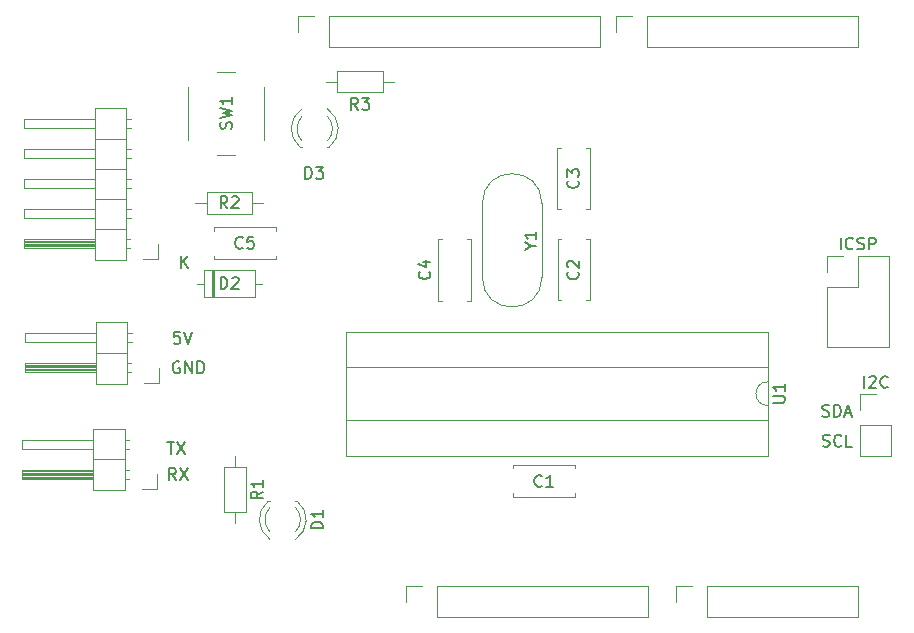
<source format=gto>
G04 #@! TF.GenerationSoftware,KiCad,Pcbnew,8.0.7*
G04 #@! TF.CreationDate,2025-01-27T00:19:07+09:00*
G04 #@! TF.ProjectId,arduino_clone,61726475-696e-46f5-9f63-6c6f6e652e6b,rev?*
G04 #@! TF.SameCoordinates,Original*
G04 #@! TF.FileFunction,Legend,Top*
G04 #@! TF.FilePolarity,Positive*
%FSLAX46Y46*%
G04 Gerber Fmt 4.6, Leading zero omitted, Abs format (unit mm)*
G04 Created by KiCad (PCBNEW 8.0.7) date 2025-01-27 00:19:07*
%MOMM*%
%LPD*%
G01*
G04 APERTURE LIST*
%ADD10C,0.153000*%
%ADD11C,0.120000*%
%ADD12C,2.000000*%
%ADD13O,1.700000X1.700000*%
%ADD14R,1.700000X1.700000*%
%ADD15C,1.500000*%
%ADD16R,1.600000X2.400000*%
%ADD17O,1.600000X2.400000*%
%ADD18C,1.400000*%
%ADD19O,1.400000X1.400000*%
%ADD20R,1.800000X1.800000*%
%ADD21C,1.800000*%
%ADD22R,1.600000X1.600000*%
%ADD23O,1.600000X1.600000*%
%ADD24C,1.600000*%
%ADD25C,3.200000*%
G04 APERTURE END LIST*
D10*
X107110180Y-87179663D02*
X106776847Y-86703472D01*
X106538752Y-87179663D02*
X106538752Y-86179663D01*
X106538752Y-86179663D02*
X106919704Y-86179663D01*
X106919704Y-86179663D02*
X107014942Y-86227282D01*
X107014942Y-86227282D02*
X107062561Y-86274901D01*
X107062561Y-86274901D02*
X107110180Y-86370139D01*
X107110180Y-86370139D02*
X107110180Y-86512996D01*
X107110180Y-86512996D02*
X107062561Y-86608234D01*
X107062561Y-86608234D02*
X107014942Y-86655853D01*
X107014942Y-86655853D02*
X106919704Y-86703472D01*
X106919704Y-86703472D02*
X106538752Y-86703472D01*
X107443514Y-86179663D02*
X108110180Y-87179663D01*
X108110180Y-86179663D02*
X107443514Y-87179663D01*
X106385895Y-83979663D02*
X106957323Y-83979663D01*
X106671609Y-84979663D02*
X106671609Y-83979663D01*
X107195419Y-83979663D02*
X107862085Y-84979663D01*
X107862085Y-83979663D02*
X107195419Y-84979663D01*
X107412561Y-77177282D02*
X107317323Y-77129663D01*
X107317323Y-77129663D02*
X107174466Y-77129663D01*
X107174466Y-77129663D02*
X107031609Y-77177282D01*
X107031609Y-77177282D02*
X106936371Y-77272520D01*
X106936371Y-77272520D02*
X106888752Y-77367758D01*
X106888752Y-77367758D02*
X106841133Y-77558234D01*
X106841133Y-77558234D02*
X106841133Y-77701091D01*
X106841133Y-77701091D02*
X106888752Y-77891567D01*
X106888752Y-77891567D02*
X106936371Y-77986805D01*
X106936371Y-77986805D02*
X107031609Y-78082044D01*
X107031609Y-78082044D02*
X107174466Y-78129663D01*
X107174466Y-78129663D02*
X107269704Y-78129663D01*
X107269704Y-78129663D02*
X107412561Y-78082044D01*
X107412561Y-78082044D02*
X107460180Y-78034424D01*
X107460180Y-78034424D02*
X107460180Y-77701091D01*
X107460180Y-77701091D02*
X107269704Y-77701091D01*
X107888752Y-78129663D02*
X107888752Y-77129663D01*
X107888752Y-77129663D02*
X108460180Y-78129663D01*
X108460180Y-78129663D02*
X108460180Y-77129663D01*
X108936371Y-78129663D02*
X108936371Y-77129663D01*
X108936371Y-77129663D02*
X109174466Y-77129663D01*
X109174466Y-77129663D02*
X109317323Y-77177282D01*
X109317323Y-77177282D02*
X109412561Y-77272520D01*
X109412561Y-77272520D02*
X109460180Y-77367758D01*
X109460180Y-77367758D02*
X109507799Y-77558234D01*
X109507799Y-77558234D02*
X109507799Y-77701091D01*
X109507799Y-77701091D02*
X109460180Y-77891567D01*
X109460180Y-77891567D02*
X109412561Y-77986805D01*
X109412561Y-77986805D02*
X109317323Y-78082044D01*
X109317323Y-78082044D02*
X109174466Y-78129663D01*
X109174466Y-78129663D02*
X108936371Y-78129663D01*
X107444942Y-74629663D02*
X106968752Y-74629663D01*
X106968752Y-74629663D02*
X106921133Y-75105853D01*
X106921133Y-75105853D02*
X106968752Y-75058234D01*
X106968752Y-75058234D02*
X107063990Y-75010615D01*
X107063990Y-75010615D02*
X107302085Y-75010615D01*
X107302085Y-75010615D02*
X107397323Y-75058234D01*
X107397323Y-75058234D02*
X107444942Y-75105853D01*
X107444942Y-75105853D02*
X107492561Y-75201091D01*
X107492561Y-75201091D02*
X107492561Y-75439186D01*
X107492561Y-75439186D02*
X107444942Y-75534424D01*
X107444942Y-75534424D02*
X107397323Y-75582044D01*
X107397323Y-75582044D02*
X107302085Y-75629663D01*
X107302085Y-75629663D02*
X107063990Y-75629663D01*
X107063990Y-75629663D02*
X106968752Y-75582044D01*
X106968752Y-75582044D02*
X106921133Y-75534424D01*
X107778276Y-74629663D02*
X108111609Y-75629663D01*
X108111609Y-75629663D02*
X108444942Y-74629663D01*
X161891133Y-84292044D02*
X162033990Y-84339663D01*
X162033990Y-84339663D02*
X162272085Y-84339663D01*
X162272085Y-84339663D02*
X162367323Y-84292044D01*
X162367323Y-84292044D02*
X162414942Y-84244424D01*
X162414942Y-84244424D02*
X162462561Y-84149186D01*
X162462561Y-84149186D02*
X162462561Y-84053948D01*
X162462561Y-84053948D02*
X162414942Y-83958710D01*
X162414942Y-83958710D02*
X162367323Y-83911091D01*
X162367323Y-83911091D02*
X162272085Y-83863472D01*
X162272085Y-83863472D02*
X162081609Y-83815853D01*
X162081609Y-83815853D02*
X161986371Y-83768234D01*
X161986371Y-83768234D02*
X161938752Y-83720615D01*
X161938752Y-83720615D02*
X161891133Y-83625377D01*
X161891133Y-83625377D02*
X161891133Y-83530139D01*
X161891133Y-83530139D02*
X161938752Y-83434901D01*
X161938752Y-83434901D02*
X161986371Y-83387282D01*
X161986371Y-83387282D02*
X162081609Y-83339663D01*
X162081609Y-83339663D02*
X162319704Y-83339663D01*
X162319704Y-83339663D02*
X162462561Y-83387282D01*
X163462561Y-84244424D02*
X163414942Y-84292044D01*
X163414942Y-84292044D02*
X163272085Y-84339663D01*
X163272085Y-84339663D02*
X163176847Y-84339663D01*
X163176847Y-84339663D02*
X163033990Y-84292044D01*
X163033990Y-84292044D02*
X162938752Y-84196805D01*
X162938752Y-84196805D02*
X162891133Y-84101567D01*
X162891133Y-84101567D02*
X162843514Y-83911091D01*
X162843514Y-83911091D02*
X162843514Y-83768234D01*
X162843514Y-83768234D02*
X162891133Y-83577758D01*
X162891133Y-83577758D02*
X162938752Y-83482520D01*
X162938752Y-83482520D02*
X163033990Y-83387282D01*
X163033990Y-83387282D02*
X163176847Y-83339663D01*
X163176847Y-83339663D02*
X163272085Y-83339663D01*
X163272085Y-83339663D02*
X163414942Y-83387282D01*
X163414942Y-83387282D02*
X163462561Y-83434901D01*
X164367323Y-84339663D02*
X163891133Y-84339663D01*
X163891133Y-84339663D02*
X163891133Y-83339663D01*
X161851133Y-81762044D02*
X161993990Y-81809663D01*
X161993990Y-81809663D02*
X162232085Y-81809663D01*
X162232085Y-81809663D02*
X162327323Y-81762044D01*
X162327323Y-81762044D02*
X162374942Y-81714424D01*
X162374942Y-81714424D02*
X162422561Y-81619186D01*
X162422561Y-81619186D02*
X162422561Y-81523948D01*
X162422561Y-81523948D02*
X162374942Y-81428710D01*
X162374942Y-81428710D02*
X162327323Y-81381091D01*
X162327323Y-81381091D02*
X162232085Y-81333472D01*
X162232085Y-81333472D02*
X162041609Y-81285853D01*
X162041609Y-81285853D02*
X161946371Y-81238234D01*
X161946371Y-81238234D02*
X161898752Y-81190615D01*
X161898752Y-81190615D02*
X161851133Y-81095377D01*
X161851133Y-81095377D02*
X161851133Y-81000139D01*
X161851133Y-81000139D02*
X161898752Y-80904901D01*
X161898752Y-80904901D02*
X161946371Y-80857282D01*
X161946371Y-80857282D02*
X162041609Y-80809663D01*
X162041609Y-80809663D02*
X162279704Y-80809663D01*
X162279704Y-80809663D02*
X162422561Y-80857282D01*
X162851133Y-81809663D02*
X162851133Y-80809663D01*
X162851133Y-80809663D02*
X163089228Y-80809663D01*
X163089228Y-80809663D02*
X163232085Y-80857282D01*
X163232085Y-80857282D02*
X163327323Y-80952520D01*
X163327323Y-80952520D02*
X163374942Y-81047758D01*
X163374942Y-81047758D02*
X163422561Y-81238234D01*
X163422561Y-81238234D02*
X163422561Y-81381091D01*
X163422561Y-81381091D02*
X163374942Y-81571567D01*
X163374942Y-81571567D02*
X163327323Y-81666805D01*
X163327323Y-81666805D02*
X163232085Y-81762044D01*
X163232085Y-81762044D02*
X163089228Y-81809663D01*
X163089228Y-81809663D02*
X162851133Y-81809663D01*
X163803514Y-81523948D02*
X164279704Y-81523948D01*
X163708276Y-81809663D02*
X164041609Y-80809663D01*
X164041609Y-80809663D02*
X164374942Y-81809663D01*
X111797044Y-57433332D02*
X111844663Y-57290475D01*
X111844663Y-57290475D02*
X111844663Y-57052380D01*
X111844663Y-57052380D02*
X111797044Y-56957142D01*
X111797044Y-56957142D02*
X111749424Y-56909523D01*
X111749424Y-56909523D02*
X111654186Y-56861904D01*
X111654186Y-56861904D02*
X111558948Y-56861904D01*
X111558948Y-56861904D02*
X111463710Y-56909523D01*
X111463710Y-56909523D02*
X111416091Y-56957142D01*
X111416091Y-56957142D02*
X111368472Y-57052380D01*
X111368472Y-57052380D02*
X111320853Y-57242856D01*
X111320853Y-57242856D02*
X111273234Y-57338094D01*
X111273234Y-57338094D02*
X111225615Y-57385713D01*
X111225615Y-57385713D02*
X111130377Y-57433332D01*
X111130377Y-57433332D02*
X111035139Y-57433332D01*
X111035139Y-57433332D02*
X110939901Y-57385713D01*
X110939901Y-57385713D02*
X110892282Y-57338094D01*
X110892282Y-57338094D02*
X110844663Y-57242856D01*
X110844663Y-57242856D02*
X110844663Y-57004761D01*
X110844663Y-57004761D02*
X110892282Y-56861904D01*
X110844663Y-56528570D02*
X111844663Y-56290475D01*
X111844663Y-56290475D02*
X111130377Y-56099999D01*
X111130377Y-56099999D02*
X111844663Y-55909523D01*
X111844663Y-55909523D02*
X110844663Y-55671428D01*
X111844663Y-54766666D02*
X111844663Y-55338094D01*
X111844663Y-55052380D02*
X110844663Y-55052380D01*
X110844663Y-55052380D02*
X110987520Y-55147618D01*
X110987520Y-55147618D02*
X111082758Y-55242856D01*
X111082758Y-55242856D02*
X111130377Y-55338094D01*
X165383810Y-79369663D02*
X165383810Y-78369663D01*
X165812381Y-78464901D02*
X165860000Y-78417282D01*
X165860000Y-78417282D02*
X165955238Y-78369663D01*
X165955238Y-78369663D02*
X166193333Y-78369663D01*
X166193333Y-78369663D02*
X166288571Y-78417282D01*
X166288571Y-78417282D02*
X166336190Y-78464901D01*
X166336190Y-78464901D02*
X166383809Y-78560139D01*
X166383809Y-78560139D02*
X166383809Y-78655377D01*
X166383809Y-78655377D02*
X166336190Y-78798234D01*
X166336190Y-78798234D02*
X165764762Y-79369663D01*
X165764762Y-79369663D02*
X166383809Y-79369663D01*
X167383809Y-79274424D02*
X167336190Y-79322044D01*
X167336190Y-79322044D02*
X167193333Y-79369663D01*
X167193333Y-79369663D02*
X167098095Y-79369663D01*
X167098095Y-79369663D02*
X166955238Y-79322044D01*
X166955238Y-79322044D02*
X166860000Y-79226805D01*
X166860000Y-79226805D02*
X166812381Y-79131567D01*
X166812381Y-79131567D02*
X166764762Y-78941091D01*
X166764762Y-78941091D02*
X166764762Y-78798234D01*
X166764762Y-78798234D02*
X166812381Y-78607758D01*
X166812381Y-78607758D02*
X166860000Y-78512520D01*
X166860000Y-78512520D02*
X166955238Y-78417282D01*
X166955238Y-78417282D02*
X167098095Y-78369663D01*
X167098095Y-78369663D02*
X167193333Y-78369663D01*
X167193333Y-78369663D02*
X167336190Y-78417282D01*
X167336190Y-78417282D02*
X167383809Y-78464901D01*
X137168472Y-67356190D02*
X137644663Y-67356190D01*
X136644663Y-67689523D02*
X137168472Y-67356190D01*
X137168472Y-67356190D02*
X136644663Y-67022857D01*
X137644663Y-66165714D02*
X137644663Y-66737142D01*
X137644663Y-66451428D02*
X136644663Y-66451428D01*
X136644663Y-66451428D02*
X136787520Y-66546666D01*
X136787520Y-66546666D02*
X136882758Y-66641904D01*
X136882758Y-66641904D02*
X136930377Y-66737142D01*
X157674663Y-80621904D02*
X158484186Y-80621904D01*
X158484186Y-80621904D02*
X158579424Y-80574285D01*
X158579424Y-80574285D02*
X158627044Y-80526666D01*
X158627044Y-80526666D02*
X158674663Y-80431428D01*
X158674663Y-80431428D02*
X158674663Y-80240952D01*
X158674663Y-80240952D02*
X158627044Y-80145714D01*
X158627044Y-80145714D02*
X158579424Y-80098095D01*
X158579424Y-80098095D02*
X158484186Y-80050476D01*
X158484186Y-80050476D02*
X157674663Y-80050476D01*
X158674663Y-79050476D02*
X158674663Y-79621904D01*
X158674663Y-79336190D02*
X157674663Y-79336190D01*
X157674663Y-79336190D02*
X157817520Y-79431428D01*
X157817520Y-79431428D02*
X157912758Y-79526666D01*
X157912758Y-79526666D02*
X157960377Y-79621904D01*
X122523333Y-55814663D02*
X122190000Y-55338472D01*
X121951905Y-55814663D02*
X121951905Y-54814663D01*
X121951905Y-54814663D02*
X122332857Y-54814663D01*
X122332857Y-54814663D02*
X122428095Y-54862282D01*
X122428095Y-54862282D02*
X122475714Y-54909901D01*
X122475714Y-54909901D02*
X122523333Y-55005139D01*
X122523333Y-55005139D02*
X122523333Y-55147996D01*
X122523333Y-55147996D02*
X122475714Y-55243234D01*
X122475714Y-55243234D02*
X122428095Y-55290853D01*
X122428095Y-55290853D02*
X122332857Y-55338472D01*
X122332857Y-55338472D02*
X121951905Y-55338472D01*
X122856667Y-54814663D02*
X123475714Y-54814663D01*
X123475714Y-54814663D02*
X123142381Y-55195615D01*
X123142381Y-55195615D02*
X123285238Y-55195615D01*
X123285238Y-55195615D02*
X123380476Y-55243234D01*
X123380476Y-55243234D02*
X123428095Y-55290853D01*
X123428095Y-55290853D02*
X123475714Y-55386091D01*
X123475714Y-55386091D02*
X123475714Y-55624186D01*
X123475714Y-55624186D02*
X123428095Y-55719424D01*
X123428095Y-55719424D02*
X123380476Y-55767044D01*
X123380476Y-55767044D02*
X123285238Y-55814663D01*
X123285238Y-55814663D02*
X122999524Y-55814663D01*
X122999524Y-55814663D02*
X122904286Y-55767044D01*
X122904286Y-55767044D02*
X122856667Y-55719424D01*
X111473333Y-64154663D02*
X111140000Y-63678472D01*
X110901905Y-64154663D02*
X110901905Y-63154663D01*
X110901905Y-63154663D02*
X111282857Y-63154663D01*
X111282857Y-63154663D02*
X111378095Y-63202282D01*
X111378095Y-63202282D02*
X111425714Y-63249901D01*
X111425714Y-63249901D02*
X111473333Y-63345139D01*
X111473333Y-63345139D02*
X111473333Y-63487996D01*
X111473333Y-63487996D02*
X111425714Y-63583234D01*
X111425714Y-63583234D02*
X111378095Y-63630853D01*
X111378095Y-63630853D02*
X111282857Y-63678472D01*
X111282857Y-63678472D02*
X110901905Y-63678472D01*
X111854286Y-63249901D02*
X111901905Y-63202282D01*
X111901905Y-63202282D02*
X111997143Y-63154663D01*
X111997143Y-63154663D02*
X112235238Y-63154663D01*
X112235238Y-63154663D02*
X112330476Y-63202282D01*
X112330476Y-63202282D02*
X112378095Y-63249901D01*
X112378095Y-63249901D02*
X112425714Y-63345139D01*
X112425714Y-63345139D02*
X112425714Y-63440377D01*
X112425714Y-63440377D02*
X112378095Y-63583234D01*
X112378095Y-63583234D02*
X111806667Y-64154663D01*
X111806667Y-64154663D02*
X112425714Y-64154663D01*
X114464663Y-88146666D02*
X113988472Y-88479999D01*
X114464663Y-88718094D02*
X113464663Y-88718094D01*
X113464663Y-88718094D02*
X113464663Y-88337142D01*
X113464663Y-88337142D02*
X113512282Y-88241904D01*
X113512282Y-88241904D02*
X113559901Y-88194285D01*
X113559901Y-88194285D02*
X113655139Y-88146666D01*
X113655139Y-88146666D02*
X113797996Y-88146666D01*
X113797996Y-88146666D02*
X113893234Y-88194285D01*
X113893234Y-88194285D02*
X113940853Y-88241904D01*
X113940853Y-88241904D02*
X113988472Y-88337142D01*
X113988472Y-88337142D02*
X113988472Y-88718094D01*
X114464663Y-87194285D02*
X114464663Y-87765713D01*
X114464663Y-87479999D02*
X113464663Y-87479999D01*
X113464663Y-87479999D02*
X113607520Y-87575237D01*
X113607520Y-87575237D02*
X113702758Y-87670475D01*
X113702758Y-87670475D02*
X113750377Y-87765713D01*
X163393810Y-67654663D02*
X163393810Y-66654663D01*
X164441428Y-67559424D02*
X164393809Y-67607044D01*
X164393809Y-67607044D02*
X164250952Y-67654663D01*
X164250952Y-67654663D02*
X164155714Y-67654663D01*
X164155714Y-67654663D02*
X164012857Y-67607044D01*
X164012857Y-67607044D02*
X163917619Y-67511805D01*
X163917619Y-67511805D02*
X163870000Y-67416567D01*
X163870000Y-67416567D02*
X163822381Y-67226091D01*
X163822381Y-67226091D02*
X163822381Y-67083234D01*
X163822381Y-67083234D02*
X163870000Y-66892758D01*
X163870000Y-66892758D02*
X163917619Y-66797520D01*
X163917619Y-66797520D02*
X164012857Y-66702282D01*
X164012857Y-66702282D02*
X164155714Y-66654663D01*
X164155714Y-66654663D02*
X164250952Y-66654663D01*
X164250952Y-66654663D02*
X164393809Y-66702282D01*
X164393809Y-66702282D02*
X164441428Y-66749901D01*
X164822381Y-67607044D02*
X164965238Y-67654663D01*
X164965238Y-67654663D02*
X165203333Y-67654663D01*
X165203333Y-67654663D02*
X165298571Y-67607044D01*
X165298571Y-67607044D02*
X165346190Y-67559424D01*
X165346190Y-67559424D02*
X165393809Y-67464186D01*
X165393809Y-67464186D02*
X165393809Y-67368948D01*
X165393809Y-67368948D02*
X165346190Y-67273710D01*
X165346190Y-67273710D02*
X165298571Y-67226091D01*
X165298571Y-67226091D02*
X165203333Y-67178472D01*
X165203333Y-67178472D02*
X165012857Y-67130853D01*
X165012857Y-67130853D02*
X164917619Y-67083234D01*
X164917619Y-67083234D02*
X164870000Y-67035615D01*
X164870000Y-67035615D02*
X164822381Y-66940377D01*
X164822381Y-66940377D02*
X164822381Y-66845139D01*
X164822381Y-66845139D02*
X164870000Y-66749901D01*
X164870000Y-66749901D02*
X164917619Y-66702282D01*
X164917619Y-66702282D02*
X165012857Y-66654663D01*
X165012857Y-66654663D02*
X165250952Y-66654663D01*
X165250952Y-66654663D02*
X165393809Y-66702282D01*
X165822381Y-67654663D02*
X165822381Y-66654663D01*
X165822381Y-66654663D02*
X166203333Y-66654663D01*
X166203333Y-66654663D02*
X166298571Y-66702282D01*
X166298571Y-66702282D02*
X166346190Y-66749901D01*
X166346190Y-66749901D02*
X166393809Y-66845139D01*
X166393809Y-66845139D02*
X166393809Y-66987996D01*
X166393809Y-66987996D02*
X166346190Y-67083234D01*
X166346190Y-67083234D02*
X166298571Y-67130853D01*
X166298571Y-67130853D02*
X166203333Y-67178472D01*
X166203333Y-67178472D02*
X165822381Y-67178472D01*
X118051905Y-61664663D02*
X118051905Y-60664663D01*
X118051905Y-60664663D02*
X118290000Y-60664663D01*
X118290000Y-60664663D02*
X118432857Y-60712282D01*
X118432857Y-60712282D02*
X118528095Y-60807520D01*
X118528095Y-60807520D02*
X118575714Y-60902758D01*
X118575714Y-60902758D02*
X118623333Y-61093234D01*
X118623333Y-61093234D02*
X118623333Y-61236091D01*
X118623333Y-61236091D02*
X118575714Y-61426567D01*
X118575714Y-61426567D02*
X118528095Y-61521805D01*
X118528095Y-61521805D02*
X118432857Y-61617044D01*
X118432857Y-61617044D02*
X118290000Y-61664663D01*
X118290000Y-61664663D02*
X118051905Y-61664663D01*
X118956667Y-60664663D02*
X119575714Y-60664663D01*
X119575714Y-60664663D02*
X119242381Y-61045615D01*
X119242381Y-61045615D02*
X119385238Y-61045615D01*
X119385238Y-61045615D02*
X119480476Y-61093234D01*
X119480476Y-61093234D02*
X119528095Y-61140853D01*
X119528095Y-61140853D02*
X119575714Y-61236091D01*
X119575714Y-61236091D02*
X119575714Y-61474186D01*
X119575714Y-61474186D02*
X119528095Y-61569424D01*
X119528095Y-61569424D02*
X119480476Y-61617044D01*
X119480476Y-61617044D02*
X119385238Y-61664663D01*
X119385238Y-61664663D02*
X119099524Y-61664663D01*
X119099524Y-61664663D02*
X119004286Y-61617044D01*
X119004286Y-61617044D02*
X118956667Y-61569424D01*
X110911905Y-70994663D02*
X110911905Y-69994663D01*
X110911905Y-69994663D02*
X111150000Y-69994663D01*
X111150000Y-69994663D02*
X111292857Y-70042282D01*
X111292857Y-70042282D02*
X111388095Y-70137520D01*
X111388095Y-70137520D02*
X111435714Y-70232758D01*
X111435714Y-70232758D02*
X111483333Y-70423234D01*
X111483333Y-70423234D02*
X111483333Y-70566091D01*
X111483333Y-70566091D02*
X111435714Y-70756567D01*
X111435714Y-70756567D02*
X111388095Y-70851805D01*
X111388095Y-70851805D02*
X111292857Y-70947044D01*
X111292857Y-70947044D02*
X111150000Y-70994663D01*
X111150000Y-70994663D02*
X110911905Y-70994663D01*
X111864286Y-70089901D02*
X111911905Y-70042282D01*
X111911905Y-70042282D02*
X112007143Y-69994663D01*
X112007143Y-69994663D02*
X112245238Y-69994663D01*
X112245238Y-69994663D02*
X112340476Y-70042282D01*
X112340476Y-70042282D02*
X112388095Y-70089901D01*
X112388095Y-70089901D02*
X112435714Y-70185139D01*
X112435714Y-70185139D02*
X112435714Y-70280377D01*
X112435714Y-70280377D02*
X112388095Y-70423234D01*
X112388095Y-70423234D02*
X111816667Y-70994663D01*
X111816667Y-70994663D02*
X112435714Y-70994663D01*
X107578095Y-69194663D02*
X107578095Y-68194663D01*
X108149523Y-69194663D02*
X107720952Y-68623234D01*
X108149523Y-68194663D02*
X107578095Y-68766091D01*
X119574663Y-91268094D02*
X118574663Y-91268094D01*
X118574663Y-91268094D02*
X118574663Y-91029999D01*
X118574663Y-91029999D02*
X118622282Y-90887142D01*
X118622282Y-90887142D02*
X118717520Y-90791904D01*
X118717520Y-90791904D02*
X118812758Y-90744285D01*
X118812758Y-90744285D02*
X119003234Y-90696666D01*
X119003234Y-90696666D02*
X119146091Y-90696666D01*
X119146091Y-90696666D02*
X119336567Y-90744285D01*
X119336567Y-90744285D02*
X119431805Y-90791904D01*
X119431805Y-90791904D02*
X119527044Y-90887142D01*
X119527044Y-90887142D02*
X119574663Y-91029999D01*
X119574663Y-91029999D02*
X119574663Y-91268094D01*
X119574663Y-89744285D02*
X119574663Y-90315713D01*
X119574663Y-90029999D02*
X118574663Y-90029999D01*
X118574663Y-90029999D02*
X118717520Y-90125237D01*
X118717520Y-90125237D02*
X118812758Y-90220475D01*
X118812758Y-90220475D02*
X118860377Y-90315713D01*
X112763333Y-67489424D02*
X112715714Y-67537044D01*
X112715714Y-67537044D02*
X112572857Y-67584663D01*
X112572857Y-67584663D02*
X112477619Y-67584663D01*
X112477619Y-67584663D02*
X112334762Y-67537044D01*
X112334762Y-67537044D02*
X112239524Y-67441805D01*
X112239524Y-67441805D02*
X112191905Y-67346567D01*
X112191905Y-67346567D02*
X112144286Y-67156091D01*
X112144286Y-67156091D02*
X112144286Y-67013234D01*
X112144286Y-67013234D02*
X112191905Y-66822758D01*
X112191905Y-66822758D02*
X112239524Y-66727520D01*
X112239524Y-66727520D02*
X112334762Y-66632282D01*
X112334762Y-66632282D02*
X112477619Y-66584663D01*
X112477619Y-66584663D02*
X112572857Y-66584663D01*
X112572857Y-66584663D02*
X112715714Y-66632282D01*
X112715714Y-66632282D02*
X112763333Y-66679901D01*
X113668095Y-66584663D02*
X113191905Y-66584663D01*
X113191905Y-66584663D02*
X113144286Y-67060853D01*
X113144286Y-67060853D02*
X113191905Y-67013234D01*
X113191905Y-67013234D02*
X113287143Y-66965615D01*
X113287143Y-66965615D02*
X113525238Y-66965615D01*
X113525238Y-66965615D02*
X113620476Y-67013234D01*
X113620476Y-67013234D02*
X113668095Y-67060853D01*
X113668095Y-67060853D02*
X113715714Y-67156091D01*
X113715714Y-67156091D02*
X113715714Y-67394186D01*
X113715714Y-67394186D02*
X113668095Y-67489424D01*
X113668095Y-67489424D02*
X113620476Y-67537044D01*
X113620476Y-67537044D02*
X113525238Y-67584663D01*
X113525238Y-67584663D02*
X113287143Y-67584663D01*
X113287143Y-67584663D02*
X113191905Y-67537044D01*
X113191905Y-67537044D02*
X113144286Y-67489424D01*
X128569424Y-69536666D02*
X128617044Y-69584285D01*
X128617044Y-69584285D02*
X128664663Y-69727142D01*
X128664663Y-69727142D02*
X128664663Y-69822380D01*
X128664663Y-69822380D02*
X128617044Y-69965237D01*
X128617044Y-69965237D02*
X128521805Y-70060475D01*
X128521805Y-70060475D02*
X128426567Y-70108094D01*
X128426567Y-70108094D02*
X128236091Y-70155713D01*
X128236091Y-70155713D02*
X128093234Y-70155713D01*
X128093234Y-70155713D02*
X127902758Y-70108094D01*
X127902758Y-70108094D02*
X127807520Y-70060475D01*
X127807520Y-70060475D02*
X127712282Y-69965237D01*
X127712282Y-69965237D02*
X127664663Y-69822380D01*
X127664663Y-69822380D02*
X127664663Y-69727142D01*
X127664663Y-69727142D02*
X127712282Y-69584285D01*
X127712282Y-69584285D02*
X127759901Y-69536666D01*
X127997996Y-68679523D02*
X128664663Y-68679523D01*
X127617044Y-68917618D02*
X128331329Y-69155713D01*
X128331329Y-69155713D02*
X128331329Y-68536666D01*
X141149424Y-61826666D02*
X141197044Y-61874285D01*
X141197044Y-61874285D02*
X141244663Y-62017142D01*
X141244663Y-62017142D02*
X141244663Y-62112380D01*
X141244663Y-62112380D02*
X141197044Y-62255237D01*
X141197044Y-62255237D02*
X141101805Y-62350475D01*
X141101805Y-62350475D02*
X141006567Y-62398094D01*
X141006567Y-62398094D02*
X140816091Y-62445713D01*
X140816091Y-62445713D02*
X140673234Y-62445713D01*
X140673234Y-62445713D02*
X140482758Y-62398094D01*
X140482758Y-62398094D02*
X140387520Y-62350475D01*
X140387520Y-62350475D02*
X140292282Y-62255237D01*
X140292282Y-62255237D02*
X140244663Y-62112380D01*
X140244663Y-62112380D02*
X140244663Y-62017142D01*
X140244663Y-62017142D02*
X140292282Y-61874285D01*
X140292282Y-61874285D02*
X140339901Y-61826666D01*
X140244663Y-61493332D02*
X140244663Y-60874285D01*
X140244663Y-60874285D02*
X140625615Y-61207618D01*
X140625615Y-61207618D02*
X140625615Y-61064761D01*
X140625615Y-61064761D02*
X140673234Y-60969523D01*
X140673234Y-60969523D02*
X140720853Y-60921904D01*
X140720853Y-60921904D02*
X140816091Y-60874285D01*
X140816091Y-60874285D02*
X141054186Y-60874285D01*
X141054186Y-60874285D02*
X141149424Y-60921904D01*
X141149424Y-60921904D02*
X141197044Y-60969523D01*
X141197044Y-60969523D02*
X141244663Y-61064761D01*
X141244663Y-61064761D02*
X141244663Y-61350475D01*
X141244663Y-61350475D02*
X141197044Y-61445713D01*
X141197044Y-61445713D02*
X141149424Y-61493332D01*
X141149424Y-69556666D02*
X141197044Y-69604285D01*
X141197044Y-69604285D02*
X141244663Y-69747142D01*
X141244663Y-69747142D02*
X141244663Y-69842380D01*
X141244663Y-69842380D02*
X141197044Y-69985237D01*
X141197044Y-69985237D02*
X141101805Y-70080475D01*
X141101805Y-70080475D02*
X141006567Y-70128094D01*
X141006567Y-70128094D02*
X140816091Y-70175713D01*
X140816091Y-70175713D02*
X140673234Y-70175713D01*
X140673234Y-70175713D02*
X140482758Y-70128094D01*
X140482758Y-70128094D02*
X140387520Y-70080475D01*
X140387520Y-70080475D02*
X140292282Y-69985237D01*
X140292282Y-69985237D02*
X140244663Y-69842380D01*
X140244663Y-69842380D02*
X140244663Y-69747142D01*
X140244663Y-69747142D02*
X140292282Y-69604285D01*
X140292282Y-69604285D02*
X140339901Y-69556666D01*
X140339901Y-69175713D02*
X140292282Y-69128094D01*
X140292282Y-69128094D02*
X140244663Y-69032856D01*
X140244663Y-69032856D02*
X140244663Y-68794761D01*
X140244663Y-68794761D02*
X140292282Y-68699523D01*
X140292282Y-68699523D02*
X140339901Y-68651904D01*
X140339901Y-68651904D02*
X140435139Y-68604285D01*
X140435139Y-68604285D02*
X140530377Y-68604285D01*
X140530377Y-68604285D02*
X140673234Y-68651904D01*
X140673234Y-68651904D02*
X141244663Y-69223332D01*
X141244663Y-69223332D02*
X141244663Y-68604285D01*
X138093333Y-87659424D02*
X138045714Y-87707044D01*
X138045714Y-87707044D02*
X137902857Y-87754663D01*
X137902857Y-87754663D02*
X137807619Y-87754663D01*
X137807619Y-87754663D02*
X137664762Y-87707044D01*
X137664762Y-87707044D02*
X137569524Y-87611805D01*
X137569524Y-87611805D02*
X137521905Y-87516567D01*
X137521905Y-87516567D02*
X137474286Y-87326091D01*
X137474286Y-87326091D02*
X137474286Y-87183234D01*
X137474286Y-87183234D02*
X137521905Y-86992758D01*
X137521905Y-86992758D02*
X137569524Y-86897520D01*
X137569524Y-86897520D02*
X137664762Y-86802282D01*
X137664762Y-86802282D02*
X137807619Y-86754663D01*
X137807619Y-86754663D02*
X137902857Y-86754663D01*
X137902857Y-86754663D02*
X138045714Y-86802282D01*
X138045714Y-86802282D02*
X138093333Y-86849901D01*
X139045714Y-87754663D02*
X138474286Y-87754663D01*
X138760000Y-87754663D02*
X138760000Y-86754663D01*
X138760000Y-86754663D02*
X138664762Y-86897520D01*
X138664762Y-86897520D02*
X138569524Y-86992758D01*
X138569524Y-86992758D02*
X138474286Y-87040377D01*
D11*
X112110000Y-52640000D02*
X110610000Y-52640000D01*
X108110000Y-53890000D02*
X108110000Y-58390000D01*
X114610000Y-58390000D02*
X114610000Y-53890000D01*
X110610000Y-59640000D02*
X112110000Y-59640000D01*
X167690000Y-82515000D02*
X167690000Y-85115000D01*
X165030000Y-85115000D02*
X167690000Y-85115000D01*
X165030000Y-82515000D02*
X167690000Y-82515000D01*
X165030000Y-82515000D02*
X165030000Y-85115000D01*
X165030000Y-81245000D02*
X165030000Y-79915000D01*
X165030000Y-79915000D02*
X166360000Y-79915000D01*
X105725000Y-78945000D02*
X104455000Y-78945000D01*
X105725000Y-77675000D02*
X105725000Y-78945000D01*
X103412071Y-75515000D02*
X103015000Y-75515000D01*
X103412071Y-74755000D02*
X103015000Y-74755000D01*
X103345000Y-78055000D02*
X103015000Y-78055000D01*
X103345000Y-77295000D02*
X103015000Y-77295000D01*
X103015000Y-79005000D02*
X103015000Y-73805000D01*
X103015000Y-76405000D02*
X100355000Y-76405000D01*
X103015000Y-73805000D02*
X100355000Y-73805000D01*
X100355000Y-79005000D02*
X103015000Y-79005000D01*
X100355000Y-78055000D02*
X94355000Y-78055000D01*
X100355000Y-77995000D02*
X94355000Y-77995000D01*
X100355000Y-77875000D02*
X94355000Y-77875000D01*
X100355000Y-77755000D02*
X94355000Y-77755000D01*
X100355000Y-77635000D02*
X94355000Y-77635000D01*
X100355000Y-77515000D02*
X94355000Y-77515000D01*
X100355000Y-77395000D02*
X94355000Y-77395000D01*
X100355000Y-75515000D02*
X94355000Y-75515000D01*
X100355000Y-73805000D02*
X100355000Y-79005000D01*
X94355000Y-78055000D02*
X94355000Y-77295000D01*
X94355000Y-77295000D02*
X100355000Y-77295000D01*
X94355000Y-75515000D02*
X94355000Y-74755000D01*
X94355000Y-74755000D02*
X100355000Y-74755000D01*
X138105000Y-63755000D02*
X138105000Y-70005000D01*
X133055000Y-63755000D02*
X133055000Y-70005000D01*
X133055000Y-63755000D02*
G75*
G02*
X138105000Y-63755000I2525000J0D01*
G01*
X138105000Y-70005000D02*
G75*
G02*
X133055000Y-70005000I-2525000J0D01*
G01*
X157280000Y-74610000D02*
X121480000Y-74610000D01*
X121480000Y-74610000D02*
X121480000Y-85110000D01*
X157220000Y-77610000D02*
X121540000Y-77610000D01*
X121540000Y-77610000D02*
X121540000Y-82110000D01*
X157220000Y-78860000D02*
X157220000Y-77610000D01*
X157220000Y-82110000D02*
X157220000Y-80860000D01*
X121540000Y-82110000D02*
X157220000Y-82110000D01*
X157280000Y-85110000D02*
X157280000Y-74610000D01*
X121480000Y-85110000D02*
X157280000Y-85110000D01*
X157220000Y-80860000D02*
G75*
G02*
X157220000Y-78860000I0J1000000D01*
G01*
X125560000Y-53440000D02*
X124610000Y-53440000D01*
X124610000Y-54360000D02*
X124610000Y-52520000D01*
X124610000Y-52520000D02*
X120770000Y-52520000D01*
X120770000Y-54360000D02*
X124610000Y-54360000D01*
X120770000Y-52520000D02*
X120770000Y-54360000D01*
X119820000Y-53440000D02*
X120770000Y-53440000D01*
X108770000Y-63700000D02*
X109720000Y-63700000D01*
X109720000Y-62780000D02*
X109720000Y-64620000D01*
X109720000Y-64620000D02*
X113560000Y-64620000D01*
X113560000Y-62780000D02*
X109720000Y-62780000D01*
X113560000Y-64620000D02*
X113560000Y-62780000D01*
X114510000Y-63700000D02*
X113560000Y-63700000D01*
X112090000Y-85110000D02*
X112090000Y-86060000D01*
X113010000Y-86060000D02*
X111170000Y-86060000D01*
X111170000Y-86060000D02*
X111170000Y-89900000D01*
X113010000Y-89900000D02*
X113010000Y-86060000D01*
X111170000Y-89900000D02*
X113010000Y-89900000D01*
X112090000Y-90850000D02*
X112090000Y-89900000D01*
X105495000Y-87975000D02*
X104225000Y-87975000D01*
X105495000Y-86705000D02*
X105495000Y-87975000D01*
X103182071Y-84545000D02*
X102785000Y-84545000D01*
X103182071Y-83785000D02*
X102785000Y-83785000D01*
X103115000Y-87085000D02*
X102785000Y-87085000D01*
X103115000Y-86325000D02*
X102785000Y-86325000D01*
X102785000Y-88035000D02*
X102785000Y-82835000D01*
X102785000Y-85435000D02*
X100125000Y-85435000D01*
X102785000Y-82835000D02*
X100125000Y-82835000D01*
X100125000Y-88035000D02*
X102785000Y-88035000D01*
X100125000Y-87085000D02*
X94125000Y-87085000D01*
X100125000Y-87025000D02*
X94125000Y-87025000D01*
X100125000Y-86905000D02*
X94125000Y-86905000D01*
X100125000Y-86785000D02*
X94125000Y-86785000D01*
X100125000Y-86665000D02*
X94125000Y-86665000D01*
X100125000Y-86545000D02*
X94125000Y-86545000D01*
X100125000Y-86425000D02*
X94125000Y-86425000D01*
X100125000Y-84545000D02*
X94125000Y-84545000D01*
X100125000Y-82835000D02*
X100125000Y-88035000D01*
X94125000Y-87085000D02*
X94125000Y-86325000D01*
X94125000Y-86325000D02*
X100125000Y-86325000D01*
X94125000Y-84545000D02*
X94125000Y-83785000D01*
X94125000Y-83785000D02*
X100125000Y-83785000D01*
X162270000Y-68200000D02*
X163600000Y-68200000D01*
X162270000Y-69530000D02*
X162270000Y-68200000D01*
X162270000Y-70800000D02*
X162270000Y-75940000D01*
X162270000Y-70800000D02*
X164870000Y-70800000D01*
X162270000Y-75940000D02*
X167470000Y-75940000D01*
X164870000Y-68200000D02*
X167470000Y-68200000D01*
X164870000Y-70800000D02*
X164870000Y-68200000D01*
X167470000Y-68200000D02*
X167470000Y-75940000D01*
X105610000Y-68460000D02*
X104340000Y-68460000D01*
X105610000Y-67190000D02*
X105610000Y-68460000D01*
X103297071Y-65030000D02*
X102900000Y-65030000D01*
X103297071Y-64270000D02*
X102900000Y-64270000D01*
X103297071Y-62490000D02*
X102900000Y-62490000D01*
X103297071Y-61730000D02*
X102900000Y-61730000D01*
X103297071Y-59950000D02*
X102900000Y-59950000D01*
X103297071Y-59190000D02*
X102900000Y-59190000D01*
X103297071Y-57410000D02*
X102900000Y-57410000D01*
X103297071Y-56650000D02*
X102900000Y-56650000D01*
X103230000Y-67570000D02*
X102900000Y-67570000D01*
X103230000Y-66810000D02*
X102900000Y-66810000D01*
X102900000Y-68520000D02*
X102900000Y-55700000D01*
X102900000Y-65920000D02*
X100240000Y-65920000D01*
X102900000Y-63380000D02*
X100240000Y-63380000D01*
X102900000Y-60840000D02*
X100240000Y-60840000D01*
X102900000Y-58300000D02*
X100240000Y-58300000D01*
X102900000Y-55700000D02*
X100240000Y-55700000D01*
X100240000Y-68520000D02*
X102900000Y-68520000D01*
X100240000Y-67570000D02*
X94240000Y-67570000D01*
X100240000Y-67510000D02*
X94240000Y-67510000D01*
X100240000Y-67390000D02*
X94240000Y-67390000D01*
X100240000Y-67270000D02*
X94240000Y-67270000D01*
X100240000Y-67150000D02*
X94240000Y-67150000D01*
X100240000Y-67030000D02*
X94240000Y-67030000D01*
X100240000Y-66910000D02*
X94240000Y-66910000D01*
X100240000Y-65030000D02*
X94240000Y-65030000D01*
X100240000Y-62490000D02*
X94240000Y-62490000D01*
X100240000Y-59950000D02*
X94240000Y-59950000D01*
X100240000Y-57410000D02*
X94240000Y-57410000D01*
X100240000Y-55700000D02*
X100240000Y-68520000D01*
X94240000Y-67570000D02*
X94240000Y-66810000D01*
X94240000Y-66810000D02*
X100240000Y-66810000D01*
X94240000Y-65030000D02*
X94240000Y-64270000D01*
X94240000Y-64270000D02*
X100240000Y-64270000D01*
X94240000Y-62490000D02*
X94240000Y-61730000D01*
X94240000Y-61730000D02*
X100240000Y-61730000D01*
X94240000Y-59950000D02*
X94240000Y-59190000D01*
X94240000Y-59190000D02*
X100240000Y-59190000D01*
X94240000Y-57410000D02*
X94240000Y-56650000D01*
X94240000Y-56650000D02*
X100240000Y-56650000D01*
X117634000Y-58990000D02*
X117790000Y-58990000D01*
X119950000Y-58990000D02*
X120106000Y-58990000D01*
X117634484Y-58990000D02*
G75*
G02*
X117789939Y-55758603I1235516J1560000D01*
G01*
X117790000Y-58470961D02*
G75*
G02*
X117789951Y-56389090I1080000J1040961D01*
G01*
X119950049Y-56389090D02*
G75*
G02*
X119950000Y-58470961I-1080049J-1040910D01*
G01*
X119950061Y-55758603D02*
G75*
G02*
X120105516Y-58990000I-1080061J-1671397D01*
G01*
X108880000Y-70540000D02*
X109530000Y-70540000D01*
X109530000Y-69420000D02*
X109530000Y-71660000D01*
X109530000Y-71660000D02*
X113770000Y-71660000D01*
X110130000Y-69420000D02*
X110130000Y-71660000D01*
X110250000Y-69420000D02*
X110250000Y-71660000D01*
X110370000Y-69420000D02*
X110370000Y-71660000D01*
X113770000Y-69420000D02*
X109530000Y-69420000D01*
X113770000Y-71660000D02*
X113770000Y-69420000D01*
X114420000Y-70540000D02*
X113770000Y-70540000D01*
X117396000Y-88970000D02*
X117240000Y-88970000D01*
X115080000Y-88970000D02*
X114924000Y-88970000D01*
X117395516Y-88970000D02*
G75*
G02*
X117240061Y-92201397I-1235516J-1560000D01*
G01*
X117240000Y-89489039D02*
G75*
G02*
X117240049Y-91570910I-1080000J-1040961D01*
G01*
X115079951Y-91570910D02*
G75*
G02*
X115080000Y-89489039I1080049J1040910D01*
G01*
X115079939Y-92201397D02*
G75*
G02*
X114924484Y-88970000I1080061J1671397D01*
G01*
X110310000Y-65760000D02*
X110310000Y-66075000D01*
X110310000Y-65760000D02*
X115550000Y-65760000D01*
X110310000Y-68185000D02*
X110310000Y-68500000D01*
X110310000Y-68500000D02*
X115550000Y-68500000D01*
X115550000Y-65760000D02*
X115550000Y-66075000D01*
X115550000Y-68185000D02*
X115550000Y-68500000D01*
X129340000Y-71990000D02*
X129655000Y-71990000D01*
X129340000Y-71990000D02*
X129340000Y-66750000D01*
X131765000Y-71990000D02*
X132080000Y-71990000D01*
X132080000Y-71990000D02*
X132080000Y-66750000D01*
X129340000Y-66750000D02*
X129655000Y-66750000D01*
X131765000Y-66750000D02*
X132080000Y-66750000D01*
X139420000Y-64270000D02*
X139735000Y-64270000D01*
X139420000Y-64270000D02*
X139420000Y-59030000D01*
X141845000Y-64270000D02*
X142160000Y-64270000D01*
X142160000Y-64270000D02*
X142160000Y-59030000D01*
X139420000Y-59030000D02*
X139735000Y-59030000D01*
X141845000Y-59030000D02*
X142160000Y-59030000D01*
X139440000Y-71970000D02*
X139755000Y-71970000D01*
X139440000Y-71970000D02*
X139440000Y-66730000D01*
X141865000Y-71970000D02*
X142180000Y-71970000D01*
X142180000Y-71970000D02*
X142180000Y-66730000D01*
X139440000Y-66730000D02*
X139755000Y-66730000D01*
X141865000Y-66730000D02*
X142180000Y-66730000D01*
X135670000Y-85880000D02*
X135670000Y-86195000D01*
X135670000Y-85880000D02*
X140910000Y-85880000D01*
X135670000Y-88305000D02*
X135670000Y-88620000D01*
X135670000Y-88620000D02*
X140910000Y-88620000D01*
X140910000Y-85880000D02*
X140910000Y-86195000D01*
X140910000Y-88305000D02*
X140910000Y-88620000D01*
X126610000Y-96130000D02*
X127940000Y-96130000D01*
X126610000Y-97460000D02*
X126610000Y-96130000D01*
X129210000Y-96130000D02*
X147050000Y-96130000D01*
X129210000Y-98790000D02*
X129210000Y-96130000D01*
X129210000Y-98790000D02*
X147050000Y-98790000D01*
X147050000Y-98790000D02*
X147050000Y-96130000D01*
X149470000Y-96130000D02*
X150800000Y-96130000D01*
X149470000Y-97460000D02*
X149470000Y-96130000D01*
X152070000Y-96130000D02*
X164830000Y-96130000D01*
X152070000Y-98790000D02*
X152070000Y-96130000D01*
X152070000Y-98790000D02*
X164830000Y-98790000D01*
X164830000Y-98790000D02*
X164830000Y-96130000D01*
X117466000Y-47870000D02*
X118796000Y-47870000D01*
X117466000Y-49200000D02*
X117466000Y-47870000D01*
X120066000Y-47870000D02*
X142986000Y-47870000D01*
X120066000Y-50530000D02*
X120066000Y-47870000D01*
X120066000Y-50530000D02*
X142986000Y-50530000D01*
X142986000Y-50530000D02*
X142986000Y-47870000D01*
X144390000Y-47870000D02*
X145720000Y-47870000D01*
X144390000Y-49200000D02*
X144390000Y-47870000D01*
X146990000Y-47870000D02*
X164830000Y-47870000D01*
X146990000Y-50530000D02*
X146990000Y-47870000D01*
X146990000Y-50530000D02*
X164830000Y-50530000D01*
X164830000Y-50530000D02*
X164830000Y-47870000D01*
%LPC*%
D12*
X113610000Y-52890000D03*
X113610000Y-59390000D03*
X109110000Y-52890000D03*
X109110000Y-59390000D03*
D13*
X166360000Y-83785000D03*
D14*
X166360000Y-81245000D03*
X104455000Y-77675000D03*
D13*
X104455000Y-75135000D03*
D15*
X135580000Y-64440000D03*
X135580000Y-66880000D03*
X135580000Y-69320000D03*
D16*
X155890000Y-76050000D03*
D17*
X153350000Y-76050000D03*
X150810000Y-76050000D03*
X148270000Y-76050000D03*
X145730000Y-76050000D03*
X143190000Y-76050000D03*
X140650000Y-76050000D03*
X138110000Y-76050000D03*
X135570000Y-76050000D03*
X133030000Y-76050000D03*
X130490000Y-76050000D03*
X127950000Y-76050000D03*
X125410000Y-76050000D03*
X122870000Y-76050000D03*
X122870000Y-83670000D03*
X125410000Y-83670000D03*
X127950000Y-83670000D03*
X130490000Y-83670000D03*
X133030000Y-83670000D03*
X135570000Y-83670000D03*
X138110000Y-83670000D03*
X140650000Y-83670000D03*
X143190000Y-83670000D03*
X145730000Y-83670000D03*
X148270000Y-83670000D03*
X150810000Y-83670000D03*
X153350000Y-83670000D03*
X155890000Y-83670000D03*
D18*
X126500000Y-53440000D03*
D19*
X118880000Y-53440000D03*
D18*
X107830000Y-63700000D03*
D19*
X115450000Y-63700000D03*
D18*
X112090000Y-84170000D03*
D19*
X112090000Y-91790000D03*
D14*
X104225000Y-86705000D03*
D13*
X104225000Y-84165000D03*
D14*
X163600000Y-69530000D03*
D13*
X166140000Y-69530000D03*
X163600000Y-72070000D03*
X166140000Y-72070000D03*
X163600000Y-74610000D03*
X166140000Y-74610000D03*
D14*
X104340000Y-67190000D03*
D13*
X104340000Y-64650000D03*
X104340000Y-62110000D03*
X104340000Y-59570000D03*
X104340000Y-57030000D03*
D20*
X118870000Y-58700000D03*
D21*
X118870000Y-56160000D03*
D22*
X107840000Y-70540000D03*
D23*
X115460000Y-70540000D03*
D20*
X116160000Y-89260000D03*
D21*
X116160000Y-91800000D03*
D24*
X110430000Y-67130000D03*
X115430000Y-67130000D03*
X130710000Y-71870000D03*
X130710000Y-66870000D03*
X140790000Y-64150000D03*
X140790000Y-59150000D03*
X140810000Y-71850000D03*
X140810000Y-66850000D03*
X135790000Y-87250000D03*
X140790000Y-87250000D03*
D14*
X127940000Y-97460000D03*
D13*
X130480000Y-97460000D03*
X133020000Y-97460000D03*
X135560000Y-97460000D03*
X138100000Y-97460000D03*
X140640000Y-97460000D03*
X143180000Y-97460000D03*
X145720000Y-97460000D03*
D14*
X150800000Y-97460000D03*
D13*
X153340000Y-97460000D03*
X155880000Y-97460000D03*
X158420000Y-97460000D03*
X160960000Y-97460000D03*
X163500000Y-97460000D03*
D14*
X118796000Y-49200000D03*
D13*
X121336000Y-49200000D03*
X123876000Y-49200000D03*
X126416000Y-49200000D03*
X128956000Y-49200000D03*
X131496000Y-49200000D03*
X134036000Y-49200000D03*
X136576000Y-49200000D03*
X139116000Y-49200000D03*
X141656000Y-49200000D03*
D14*
X145720000Y-49200000D03*
D13*
X148260000Y-49200000D03*
X150800000Y-49200000D03*
X153340000Y-49200000D03*
X155880000Y-49200000D03*
X158420000Y-49200000D03*
X160960000Y-49200000D03*
X163500000Y-49200000D03*
D25*
X115240000Y-49200000D03*
X113970000Y-97460000D03*
X166040000Y-64440000D03*
X166040000Y-92380000D03*
%LPD*%
M02*

</source>
